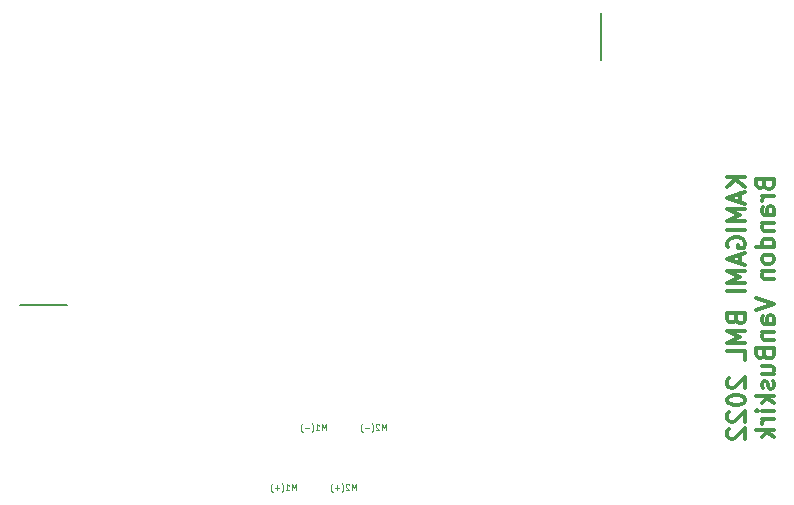
<source format=gbr>
%TF.GenerationSoftware,KiCad,Pcbnew,(6.0.7-1)-1*%
%TF.CreationDate,2022-11-11T20:36:14-08:00*%
%TF.ProjectId,KamiPCBv4,4b616d69-5043-4427-9634-2e6b69636164,rev?*%
%TF.SameCoordinates,Original*%
%TF.FileFunction,Legend,Bot*%
%TF.FilePolarity,Positive*%
%FSLAX46Y46*%
G04 Gerber Fmt 4.6, Leading zero omitted, Abs format (unit mm)*
G04 Created by KiCad (PCBNEW (6.0.7-1)-1) date 2022-11-11 20:36:14*
%MOMM*%
%LPD*%
G01*
G04 APERTURE LIST*
%ADD10C,0.300000*%
%ADD11C,0.125000*%
%ADD12C,0.203200*%
G04 APERTURE END LIST*
D10*
X171191071Y-98148571D02*
X169691071Y-98148571D01*
X171191071Y-99005714D02*
X170333928Y-98362857D01*
X169691071Y-99005714D02*
X170548214Y-98148571D01*
X170762500Y-99577142D02*
X170762500Y-100291428D01*
X171191071Y-99434285D02*
X169691071Y-99934285D01*
X171191071Y-100434285D01*
X171191071Y-100934285D02*
X169691071Y-100934285D01*
X170762500Y-101434285D01*
X169691071Y-101934285D01*
X171191071Y-101934285D01*
X171191071Y-102648571D02*
X169691071Y-102648571D01*
X169762500Y-104148571D02*
X169691071Y-104005714D01*
X169691071Y-103791428D01*
X169762500Y-103577142D01*
X169905357Y-103434285D01*
X170048214Y-103362857D01*
X170333928Y-103291428D01*
X170548214Y-103291428D01*
X170833928Y-103362857D01*
X170976785Y-103434285D01*
X171119642Y-103577142D01*
X171191071Y-103791428D01*
X171191071Y-103934285D01*
X171119642Y-104148571D01*
X171048214Y-104220000D01*
X170548214Y-104220000D01*
X170548214Y-103934285D01*
X170762500Y-104791428D02*
X170762500Y-105505714D01*
X171191071Y-104648571D02*
X169691071Y-105148571D01*
X171191071Y-105648571D01*
X171191071Y-106148571D02*
X169691071Y-106148571D01*
X170762500Y-106648571D01*
X169691071Y-107148571D01*
X171191071Y-107148571D01*
X171191071Y-107862857D02*
X169691071Y-107862857D01*
X170405357Y-110220000D02*
X170476785Y-110434285D01*
X170548214Y-110505714D01*
X170691071Y-110577142D01*
X170905357Y-110577142D01*
X171048214Y-110505714D01*
X171119642Y-110434285D01*
X171191071Y-110291428D01*
X171191071Y-109720000D01*
X169691071Y-109720000D01*
X169691071Y-110220000D01*
X169762500Y-110362857D01*
X169833928Y-110434285D01*
X169976785Y-110505714D01*
X170119642Y-110505714D01*
X170262500Y-110434285D01*
X170333928Y-110362857D01*
X170405357Y-110220000D01*
X170405357Y-109720000D01*
X171191071Y-111220000D02*
X169691071Y-111220000D01*
X170762500Y-111720000D01*
X169691071Y-112220000D01*
X171191071Y-112220000D01*
X171191071Y-113648571D02*
X171191071Y-112934285D01*
X169691071Y-112934285D01*
X169833928Y-115220000D02*
X169762500Y-115291428D01*
X169691071Y-115434285D01*
X169691071Y-115791428D01*
X169762500Y-115934285D01*
X169833928Y-116005714D01*
X169976785Y-116077142D01*
X170119642Y-116077142D01*
X170333928Y-116005714D01*
X171191071Y-115148571D01*
X171191071Y-116077142D01*
X169691071Y-117005714D02*
X169691071Y-117148571D01*
X169762500Y-117291428D01*
X169833928Y-117362857D01*
X169976785Y-117434285D01*
X170262500Y-117505714D01*
X170619642Y-117505714D01*
X170905357Y-117434285D01*
X171048214Y-117362857D01*
X171119642Y-117291428D01*
X171191071Y-117148571D01*
X171191071Y-117005714D01*
X171119642Y-116862857D01*
X171048214Y-116791428D01*
X170905357Y-116720000D01*
X170619642Y-116648571D01*
X170262500Y-116648571D01*
X169976785Y-116720000D01*
X169833928Y-116791428D01*
X169762500Y-116862857D01*
X169691071Y-117005714D01*
X169833928Y-118077142D02*
X169762500Y-118148571D01*
X169691071Y-118291428D01*
X169691071Y-118648571D01*
X169762500Y-118791428D01*
X169833928Y-118862857D01*
X169976785Y-118934285D01*
X170119642Y-118934285D01*
X170333928Y-118862857D01*
X171191071Y-118005714D01*
X171191071Y-118934285D01*
X169833928Y-119505714D02*
X169762500Y-119577142D01*
X169691071Y-119720000D01*
X169691071Y-120077142D01*
X169762500Y-120220000D01*
X169833928Y-120291428D01*
X169976785Y-120362857D01*
X170119642Y-120362857D01*
X170333928Y-120291428D01*
X171191071Y-119434285D01*
X171191071Y-120362857D01*
X172820357Y-98827142D02*
X172891785Y-99041428D01*
X172963214Y-99112857D01*
X173106071Y-99184285D01*
X173320357Y-99184285D01*
X173463214Y-99112857D01*
X173534642Y-99041428D01*
X173606071Y-98898571D01*
X173606071Y-98327142D01*
X172106071Y-98327142D01*
X172106071Y-98827142D01*
X172177500Y-98970000D01*
X172248928Y-99041428D01*
X172391785Y-99112857D01*
X172534642Y-99112857D01*
X172677500Y-99041428D01*
X172748928Y-98970000D01*
X172820357Y-98827142D01*
X172820357Y-98327142D01*
X173606071Y-99827142D02*
X172606071Y-99827142D01*
X172891785Y-99827142D02*
X172748928Y-99898571D01*
X172677500Y-99970000D01*
X172606071Y-100112857D01*
X172606071Y-100255714D01*
X173606071Y-101398571D02*
X172820357Y-101398571D01*
X172677500Y-101327142D01*
X172606071Y-101184285D01*
X172606071Y-100898571D01*
X172677500Y-100755714D01*
X173534642Y-101398571D02*
X173606071Y-101255714D01*
X173606071Y-100898571D01*
X173534642Y-100755714D01*
X173391785Y-100684285D01*
X173248928Y-100684285D01*
X173106071Y-100755714D01*
X173034642Y-100898571D01*
X173034642Y-101255714D01*
X172963214Y-101398571D01*
X172606071Y-102112857D02*
X173606071Y-102112857D01*
X172748928Y-102112857D02*
X172677500Y-102184285D01*
X172606071Y-102327142D01*
X172606071Y-102541428D01*
X172677500Y-102684285D01*
X172820357Y-102755714D01*
X173606071Y-102755714D01*
X173606071Y-104112857D02*
X172106071Y-104112857D01*
X173534642Y-104112857D02*
X173606071Y-103970000D01*
X173606071Y-103684285D01*
X173534642Y-103541428D01*
X173463214Y-103470000D01*
X173320357Y-103398571D01*
X172891785Y-103398571D01*
X172748928Y-103470000D01*
X172677500Y-103541428D01*
X172606071Y-103684285D01*
X172606071Y-103970000D01*
X172677500Y-104112857D01*
X173606071Y-105041428D02*
X173534642Y-104898571D01*
X173463214Y-104827142D01*
X173320357Y-104755714D01*
X172891785Y-104755714D01*
X172748928Y-104827142D01*
X172677500Y-104898571D01*
X172606071Y-105041428D01*
X172606071Y-105255714D01*
X172677500Y-105398571D01*
X172748928Y-105470000D01*
X172891785Y-105541428D01*
X173320357Y-105541428D01*
X173463214Y-105470000D01*
X173534642Y-105398571D01*
X173606071Y-105255714D01*
X173606071Y-105041428D01*
X172606071Y-106184285D02*
X173606071Y-106184285D01*
X172748928Y-106184285D02*
X172677500Y-106255714D01*
X172606071Y-106398571D01*
X172606071Y-106612857D01*
X172677500Y-106755714D01*
X172820357Y-106827142D01*
X173606071Y-106827142D01*
X172106071Y-108470000D02*
X173606071Y-108970000D01*
X172106071Y-109470000D01*
X173606071Y-110612857D02*
X172820357Y-110612857D01*
X172677500Y-110541428D01*
X172606071Y-110398571D01*
X172606071Y-110112857D01*
X172677500Y-109970000D01*
X173534642Y-110612857D02*
X173606071Y-110470000D01*
X173606071Y-110112857D01*
X173534642Y-109970000D01*
X173391785Y-109898571D01*
X173248928Y-109898571D01*
X173106071Y-109970000D01*
X173034642Y-110112857D01*
X173034642Y-110470000D01*
X172963214Y-110612857D01*
X172606071Y-111327142D02*
X173606071Y-111327142D01*
X172748928Y-111327142D02*
X172677500Y-111398571D01*
X172606071Y-111541428D01*
X172606071Y-111755714D01*
X172677500Y-111898571D01*
X172820357Y-111970000D01*
X173606071Y-111970000D01*
X172820357Y-113184285D02*
X172891785Y-113398571D01*
X172963214Y-113470000D01*
X173106071Y-113541428D01*
X173320357Y-113541428D01*
X173463214Y-113470000D01*
X173534642Y-113398571D01*
X173606071Y-113255714D01*
X173606071Y-112684285D01*
X172106071Y-112684285D01*
X172106071Y-113184285D01*
X172177500Y-113327142D01*
X172248928Y-113398571D01*
X172391785Y-113470000D01*
X172534642Y-113470000D01*
X172677500Y-113398571D01*
X172748928Y-113327142D01*
X172820357Y-113184285D01*
X172820357Y-112684285D01*
X172606071Y-114827142D02*
X173606071Y-114827142D01*
X172606071Y-114184285D02*
X173391785Y-114184285D01*
X173534642Y-114255714D01*
X173606071Y-114398571D01*
X173606071Y-114612857D01*
X173534642Y-114755714D01*
X173463214Y-114827142D01*
X173534642Y-115470000D02*
X173606071Y-115612857D01*
X173606071Y-115898571D01*
X173534642Y-116041428D01*
X173391785Y-116112857D01*
X173320357Y-116112857D01*
X173177500Y-116041428D01*
X173106071Y-115898571D01*
X173106071Y-115684285D01*
X173034642Y-115541428D01*
X172891785Y-115470000D01*
X172820357Y-115470000D01*
X172677500Y-115541428D01*
X172606071Y-115684285D01*
X172606071Y-115898571D01*
X172677500Y-116041428D01*
X173606071Y-116755714D02*
X172106071Y-116755714D01*
X173034642Y-116898571D02*
X173606071Y-117327142D01*
X172606071Y-117327142D02*
X173177500Y-116755714D01*
X173606071Y-117970000D02*
X172606071Y-117970000D01*
X172106071Y-117970000D02*
X172177500Y-117898571D01*
X172248928Y-117970000D01*
X172177500Y-118041428D01*
X172106071Y-117970000D01*
X172248928Y-117970000D01*
X173606071Y-118684285D02*
X172606071Y-118684285D01*
X172891785Y-118684285D02*
X172748928Y-118755714D01*
X172677500Y-118827142D01*
X172606071Y-118970000D01*
X172606071Y-119112857D01*
X173606071Y-119612857D02*
X172106071Y-119612857D01*
X173034642Y-119755714D02*
X173606071Y-120184285D01*
X172606071Y-120184285D02*
X173177500Y-119612857D01*
D11*
X133127619Y-124686190D02*
X133127619Y-124186190D01*
X132960952Y-124543333D01*
X132794285Y-124186190D01*
X132794285Y-124686190D01*
X132294285Y-124686190D02*
X132580000Y-124686190D01*
X132437142Y-124686190D02*
X132437142Y-124186190D01*
X132484761Y-124257619D01*
X132532380Y-124305238D01*
X132580000Y-124329047D01*
X131937142Y-124876666D02*
X131960952Y-124852857D01*
X132008571Y-124781428D01*
X132032380Y-124733809D01*
X132056190Y-124662380D01*
X132080000Y-124543333D01*
X132080000Y-124448095D01*
X132056190Y-124329047D01*
X132032380Y-124257619D01*
X132008571Y-124210000D01*
X131960952Y-124138571D01*
X131937142Y-124114761D01*
X131746666Y-124495714D02*
X131365714Y-124495714D01*
X131556190Y-124686190D02*
X131556190Y-124305238D01*
X131175238Y-124876666D02*
X131151428Y-124852857D01*
X131103809Y-124781428D01*
X131080000Y-124733809D01*
X131056190Y-124662380D01*
X131032380Y-124543333D01*
X131032380Y-124448095D01*
X131056190Y-124329047D01*
X131080000Y-124257619D01*
X131103809Y-124210000D01*
X131151428Y-124138571D01*
X131175238Y-124114761D01*
X135667619Y-119606190D02*
X135667619Y-119106190D01*
X135500952Y-119463333D01*
X135334285Y-119106190D01*
X135334285Y-119606190D01*
X134834285Y-119606190D02*
X135120000Y-119606190D01*
X134977142Y-119606190D02*
X134977142Y-119106190D01*
X135024761Y-119177619D01*
X135072380Y-119225238D01*
X135120000Y-119249047D01*
X134477142Y-119796666D02*
X134500952Y-119772857D01*
X134548571Y-119701428D01*
X134572380Y-119653809D01*
X134596190Y-119582380D01*
X134620000Y-119463333D01*
X134620000Y-119368095D01*
X134596190Y-119249047D01*
X134572380Y-119177619D01*
X134548571Y-119130000D01*
X134500952Y-119058571D01*
X134477142Y-119034761D01*
X134286666Y-119415714D02*
X133905714Y-119415714D01*
X133715238Y-119796666D02*
X133691428Y-119772857D01*
X133643809Y-119701428D01*
X133620000Y-119653809D01*
X133596190Y-119582380D01*
X133572380Y-119463333D01*
X133572380Y-119368095D01*
X133596190Y-119249047D01*
X133620000Y-119177619D01*
X133643809Y-119130000D01*
X133691428Y-119058571D01*
X133715238Y-119034761D01*
X140747619Y-119606190D02*
X140747619Y-119106190D01*
X140580952Y-119463333D01*
X140414285Y-119106190D01*
X140414285Y-119606190D01*
X140200000Y-119153809D02*
X140176190Y-119130000D01*
X140128571Y-119106190D01*
X140009523Y-119106190D01*
X139961904Y-119130000D01*
X139938095Y-119153809D01*
X139914285Y-119201428D01*
X139914285Y-119249047D01*
X139938095Y-119320476D01*
X140223809Y-119606190D01*
X139914285Y-119606190D01*
X139557142Y-119796666D02*
X139580952Y-119772857D01*
X139628571Y-119701428D01*
X139652380Y-119653809D01*
X139676190Y-119582380D01*
X139700000Y-119463333D01*
X139700000Y-119368095D01*
X139676190Y-119249047D01*
X139652380Y-119177619D01*
X139628571Y-119130000D01*
X139580952Y-119058571D01*
X139557142Y-119034761D01*
X139366666Y-119415714D02*
X138985714Y-119415714D01*
X138795238Y-119796666D02*
X138771428Y-119772857D01*
X138723809Y-119701428D01*
X138700000Y-119653809D01*
X138676190Y-119582380D01*
X138652380Y-119463333D01*
X138652380Y-119368095D01*
X138676190Y-119249047D01*
X138700000Y-119177619D01*
X138723809Y-119130000D01*
X138771428Y-119058571D01*
X138795238Y-119034761D01*
X138207619Y-124686190D02*
X138207619Y-124186190D01*
X138040952Y-124543333D01*
X137874285Y-124186190D01*
X137874285Y-124686190D01*
X137660000Y-124233809D02*
X137636190Y-124210000D01*
X137588571Y-124186190D01*
X137469523Y-124186190D01*
X137421904Y-124210000D01*
X137398095Y-124233809D01*
X137374285Y-124281428D01*
X137374285Y-124329047D01*
X137398095Y-124400476D01*
X137683809Y-124686190D01*
X137374285Y-124686190D01*
X137017142Y-124876666D02*
X137040952Y-124852857D01*
X137088571Y-124781428D01*
X137112380Y-124733809D01*
X137136190Y-124662380D01*
X137160000Y-124543333D01*
X137160000Y-124448095D01*
X137136190Y-124329047D01*
X137112380Y-124257619D01*
X137088571Y-124210000D01*
X137040952Y-124138571D01*
X137017142Y-124114761D01*
X136826666Y-124495714D02*
X136445714Y-124495714D01*
X136636190Y-124686190D02*
X136636190Y-124305238D01*
X136255238Y-124876666D02*
X136231428Y-124852857D01*
X136183809Y-124781428D01*
X136160000Y-124733809D01*
X136136190Y-124662380D01*
X136112380Y-124543333D01*
X136112380Y-124448095D01*
X136136190Y-124329047D01*
X136160000Y-124257619D01*
X136183809Y-124210000D01*
X136231428Y-124138571D01*
X136255238Y-124114761D01*
D12*
%TO.C,X1*%
X158940000Y-84320000D02*
X158940000Y-88320000D01*
X113800000Y-109000000D02*
X109800000Y-109000000D01*
%TD*%
M02*

</source>
